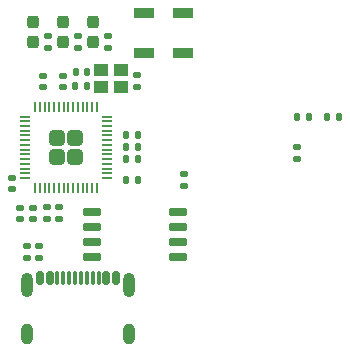
<source format=gbr>
%TF.GenerationSoftware,KiCad,Pcbnew,7.0.11*%
%TF.CreationDate,2025-01-20T01:28:44+09:00*%
%TF.ProjectId,PSU,5053552e-6b69-4636-9164-5f7063625858,rev?*%
%TF.SameCoordinates,Original*%
%TF.FileFunction,Paste,Top*%
%TF.FilePolarity,Positive*%
%FSLAX46Y46*%
G04 Gerber Fmt 4.6, Leading zero omitted, Abs format (unit mm)*
G04 Created by KiCad (PCBNEW 7.0.11) date 2025-01-20 01:28:44*
%MOMM*%
%LPD*%
G01*
G04 APERTURE LIST*
G04 Aperture macros list*
%AMRoundRect*
0 Rectangle with rounded corners*
0 $1 Rounding radius*
0 $2 $3 $4 $5 $6 $7 $8 $9 X,Y pos of 4 corners*
0 Add a 4 corners polygon primitive as box body*
4,1,4,$2,$3,$4,$5,$6,$7,$8,$9,$2,$3,0*
0 Add four circle primitives for the rounded corners*
1,1,$1+$1,$2,$3*
1,1,$1+$1,$4,$5*
1,1,$1+$1,$6,$7*
1,1,$1+$1,$8,$9*
0 Add four rect primitives between the rounded corners*
20,1,$1+$1,$2,$3,$4,$5,0*
20,1,$1+$1,$4,$5,$6,$7,0*
20,1,$1+$1,$6,$7,$8,$9,0*
20,1,$1+$1,$8,$9,$2,$3,0*%
G04 Aperture macros list end*
%ADD10R,1.150000X1.000000*%
%ADD11RoundRect,0.140000X-0.170000X0.140000X-0.170000X-0.140000X0.170000X-0.140000X0.170000X0.140000X0*%
%ADD12RoundRect,0.140000X0.140000X0.170000X-0.140000X0.170000X-0.140000X-0.170000X0.140000X-0.170000X0*%
%ADD13RoundRect,0.135000X0.185000X-0.135000X0.185000X0.135000X-0.185000X0.135000X-0.185000X-0.135000X0*%
%ADD14RoundRect,0.135000X-0.135000X-0.185000X0.135000X-0.185000X0.135000X0.185000X-0.135000X0.185000X0*%
%ADD15RoundRect,0.150000X-0.150000X-0.425000X0.150000X-0.425000X0.150000X0.425000X-0.150000X0.425000X0*%
%ADD16RoundRect,0.075000X-0.075000X-0.500000X0.075000X-0.500000X0.075000X0.500000X-0.075000X0.500000X0*%
%ADD17O,1.000000X2.100000*%
%ADD18O,1.000000X1.800000*%
%ADD19RoundRect,0.140000X0.170000X-0.140000X0.170000X0.140000X-0.170000X0.140000X-0.170000X-0.140000X0*%
%ADD20R,1.700000X0.900000*%
%ADD21RoundRect,0.150000X0.650000X0.150000X-0.650000X0.150000X-0.650000X-0.150000X0.650000X-0.150000X0*%
%ADD22RoundRect,0.237500X-0.237500X0.287500X-0.237500X-0.287500X0.237500X-0.287500X0.237500X0.287500X0*%
%ADD23RoundRect,0.135000X0.135000X0.185000X-0.135000X0.185000X-0.135000X-0.185000X0.135000X-0.185000X0*%
%ADD24RoundRect,0.140000X-0.140000X-0.170000X0.140000X-0.170000X0.140000X0.170000X-0.140000X0.170000X0*%
%ADD25RoundRect,0.135000X-0.185000X0.135000X-0.185000X-0.135000X0.185000X-0.135000X0.185000X0.135000X0*%
%ADD26RoundRect,0.249999X0.395001X0.395001X-0.395001X0.395001X-0.395001X-0.395001X0.395001X-0.395001X0*%
%ADD27RoundRect,0.050000X0.387500X0.050000X-0.387500X0.050000X-0.387500X-0.050000X0.387500X-0.050000X0*%
%ADD28RoundRect,0.050000X0.050000X0.387500X-0.050000X0.387500X-0.050000X-0.387500X0.050000X-0.387500X0*%
G04 APERTURE END LIST*
D10*
%TO.C,Y1*%
X144415000Y-96470000D03*
X146165000Y-96470000D03*
X146165000Y-95070000D03*
X144415000Y-95070000D03*
%TD*%
D11*
%TO.C,C2*%
X139520000Y-95530000D03*
X139520000Y-96490000D03*
%TD*%
D12*
%TO.C,C8*%
X147548000Y-104410000D03*
X146588000Y-104410000D03*
%TD*%
D13*
%TO.C,R12*%
X139826000Y-107696000D03*
X139826000Y-106676000D03*
%TD*%
D14*
%TO.C,R2*%
X142238000Y-96401500D03*
X143258000Y-96401500D03*
%TD*%
D15*
%TO.C,J1*%
X139296000Y-112652000D03*
X140096000Y-112652000D03*
D16*
X141246000Y-112652000D03*
X142246000Y-112652000D03*
X142746000Y-112652000D03*
X143746000Y-112652000D03*
D15*
X144896000Y-112652000D03*
X145696000Y-112652000D03*
X145696000Y-112652000D03*
X144896000Y-112652000D03*
D16*
X144246000Y-112652000D03*
X143246000Y-112652000D03*
X141746000Y-112652000D03*
X140746000Y-112652000D03*
D15*
X140096000Y-112652000D03*
X139296000Y-112652000D03*
D17*
X138176000Y-113227000D03*
D18*
X138176000Y-117407000D03*
D17*
X146816000Y-113227000D03*
D18*
X146816000Y-117407000D03*
%TD*%
D13*
%TO.C,R16*%
X161036000Y-102618000D03*
X161036000Y-101598000D03*
%TD*%
D19*
%TO.C,C7*%
X136906000Y-105156000D03*
X136906000Y-104196000D03*
%TD*%
D11*
%TO.C,C11*%
X137581778Y-106708974D03*
X137581778Y-107668974D03*
%TD*%
D20*
%TO.C,SW2*%
X151384000Y-93648000D03*
X151384000Y-90248000D03*
%TD*%
D11*
%TO.C,C9*%
X141224000Y-95532000D03*
X141224000Y-96492000D03*
%TD*%
%TO.C,C4*%
X147480000Y-95510000D03*
X147480000Y-96470000D03*
%TD*%
D13*
%TO.C,R10*%
X139192000Y-111000000D03*
X139192000Y-109980000D03*
%TD*%
D12*
%TO.C,C6*%
X147546000Y-100584000D03*
X146586000Y-100584000D03*
%TD*%
D20*
%TO.C,SW1*%
X148082000Y-93648000D03*
X148082000Y-90248000D03*
%TD*%
D21*
%TO.C,U1*%
X150920000Y-110871000D03*
X150920000Y-109601000D03*
X150920000Y-108331000D03*
X150920000Y-107061000D03*
X143720000Y-107061000D03*
X143720000Y-108331000D03*
X143720000Y-109601000D03*
X143720000Y-110871000D03*
%TD*%
D13*
%TO.C,R4*%
X142494000Y-93218000D03*
X142494000Y-92198000D03*
%TD*%
D22*
%TO.C,D2*%
X141224000Y-90958000D03*
X141224000Y-92708000D03*
%TD*%
D13*
%TO.C,R13*%
X140843000Y-107698000D03*
X140843000Y-106678000D03*
%TD*%
%TO.C,R5*%
X139954000Y-93218000D03*
X139954000Y-92198000D03*
%TD*%
%TO.C,R11*%
X138176000Y-111000000D03*
X138176000Y-109980000D03*
%TD*%
D22*
%TO.C,D1*%
X143764000Y-90958000D03*
X143764000Y-92708000D03*
%TD*%
D14*
%TO.C,R9*%
X146558000Y-102616000D03*
X147578000Y-102616000D03*
%TD*%
D23*
%TO.C,R15*%
X162056000Y-99060000D03*
X161036000Y-99060000D03*
%TD*%
D24*
%TO.C,C5*%
X142296000Y-95250000D03*
X143256000Y-95250000D03*
%TD*%
D25*
%TO.C,R1*%
X151470000Y-103840000D03*
X151470000Y-104860000D03*
%TD*%
D22*
%TO.C,D3*%
X138684000Y-90958000D03*
X138684000Y-92708000D03*
%TD*%
D14*
%TO.C,R14*%
X163574000Y-99060000D03*
X164594000Y-99060000D03*
%TD*%
D26*
%TO.C,U2*%
X142278000Y-102400000D03*
X142278000Y-100800000D03*
X140678000Y-102400000D03*
X140678000Y-100800000D03*
D27*
X144915500Y-104200000D03*
X144915500Y-103800000D03*
X144915500Y-103400000D03*
X144915500Y-103000000D03*
X144915500Y-102600000D03*
X144915500Y-102200000D03*
X144915500Y-101800000D03*
X144915500Y-101400000D03*
X144915500Y-101000000D03*
X144915500Y-100600000D03*
X144915500Y-100200000D03*
X144915500Y-99800000D03*
X144915500Y-99400000D03*
X144915500Y-99000000D03*
D28*
X144078000Y-98162500D03*
X143678000Y-98162500D03*
X143278000Y-98162500D03*
X142878000Y-98162500D03*
X142478000Y-98162500D03*
X142078000Y-98162500D03*
X141678000Y-98162500D03*
X141278000Y-98162500D03*
X140878000Y-98162500D03*
X140478000Y-98162500D03*
X140078000Y-98162500D03*
X139678000Y-98162500D03*
X139278000Y-98162500D03*
X138878000Y-98162500D03*
D27*
X138040500Y-99000000D03*
X138040500Y-99400000D03*
X138040500Y-99800000D03*
X138040500Y-100200000D03*
X138040500Y-100600000D03*
X138040500Y-101000000D03*
X138040500Y-101400000D03*
X138040500Y-101800000D03*
X138040500Y-102200000D03*
X138040500Y-102600000D03*
X138040500Y-103000000D03*
X138040500Y-103400000D03*
X138040500Y-103800000D03*
X138040500Y-104200000D03*
D28*
X138878000Y-105037500D03*
X139278000Y-105037500D03*
X139678000Y-105037500D03*
X140078000Y-105037500D03*
X140478000Y-105037500D03*
X140878000Y-105037500D03*
X141278000Y-105037500D03*
X141678000Y-105037500D03*
X142078000Y-105037500D03*
X142478000Y-105037500D03*
X142878000Y-105037500D03*
X143278000Y-105037500D03*
X143678000Y-105037500D03*
X144078000Y-105037500D03*
%TD*%
D13*
%TO.C,R3*%
X145034000Y-93218000D03*
X145034000Y-92198000D03*
%TD*%
D23*
%TO.C,R8*%
X147576000Y-101600000D03*
X146556000Y-101600000D03*
%TD*%
D19*
%TO.C,C1*%
X138684000Y-107668000D03*
X138684000Y-106708000D03*
%TD*%
M02*

</source>
